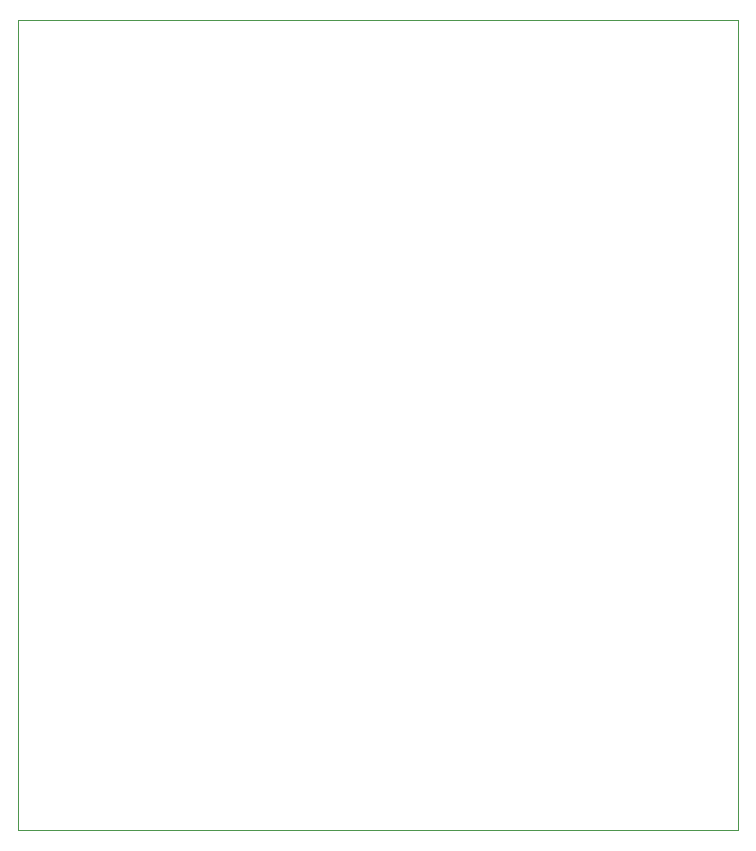
<source format=gbr>
%TF.GenerationSoftware,KiCad,Pcbnew,8.0.5*%
%TF.CreationDate,2024-11-19T03:03:03+05:30*%
%TF.ProjectId,midi,6d696469-2e6b-4696-9361-645f70636258,rev?*%
%TF.SameCoordinates,Original*%
%TF.FileFunction,Profile,NP*%
%FSLAX46Y46*%
G04 Gerber Fmt 4.6, Leading zero omitted, Abs format (unit mm)*
G04 Created by KiCad (PCBNEW 8.0.5) date 2024-11-19 03:03:03*
%MOMM*%
%LPD*%
G01*
G04 APERTURE LIST*
%TA.AperFunction,Profile*%
%ADD10C,0.050000*%
%TD*%
G04 APERTURE END LIST*
D10*
X46990000Y-109220000D02*
X107950000Y-109220000D01*
X107950000Y-40640000D02*
X46990000Y-40640000D01*
X46990000Y-40640000D02*
X46990000Y-109220000D01*
X107950000Y-109220000D02*
X107950000Y-40640000D01*
M02*

</source>
